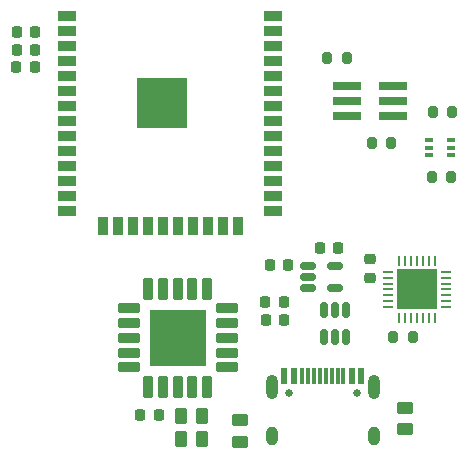
<source format=gbr>
%TF.GenerationSoftware,KiCad,Pcbnew,9.0.1*%
%TF.CreationDate,2025-11-28T17:08:09+01:00*%
%TF.ProjectId,SCD41-D-R1_demo,53434434-312d-4442-9d52-315f64656d6f,rev?*%
%TF.SameCoordinates,Original*%
%TF.FileFunction,Soldermask,Top*%
%TF.FilePolarity,Negative*%
%FSLAX46Y46*%
G04 Gerber Fmt 4.6, Leading zero omitted, Abs format (unit mm)*
G04 Created by KiCad (PCBNEW 9.0.1) date 2025-11-28 17:08:09*
%MOMM*%
%LPD*%
G01*
G04 APERTURE LIST*
G04 Aperture macros list*
%AMRoundRect*
0 Rectangle with rounded corners*
0 $1 Rounding radius*
0 $2 $3 $4 $5 $6 $7 $8 $9 X,Y pos of 4 corners*
0 Add a 4 corners polygon primitive as box body*
4,1,4,$2,$3,$4,$5,$6,$7,$8,$9,$2,$3,0*
0 Add four circle primitives for the rounded corners*
1,1,$1+$1,$2,$3*
1,1,$1+$1,$4,$5*
1,1,$1+$1,$6,$7*
1,1,$1+$1,$8,$9*
0 Add four rect primitives between the rounded corners*
20,1,$1+$1,$2,$3,$4,$5,0*
20,1,$1+$1,$4,$5,$6,$7,0*
20,1,$1+$1,$6,$7,$8,$9,0*
20,1,$1+$1,$8,$9,$2,$3,0*%
G04 Aperture macros list end*
%ADD10RoundRect,0.200000X-0.200000X-0.275000X0.200000X-0.275000X0.200000X0.275000X-0.200000X0.275000X0*%
%ADD11RoundRect,0.225000X0.250000X-0.225000X0.250000X0.225000X-0.250000X0.225000X-0.250000X-0.225000X0*%
%ADD12RoundRect,0.062500X-0.337500X-0.062500X0.337500X-0.062500X0.337500X0.062500X-0.337500X0.062500X0*%
%ADD13RoundRect,0.062500X-0.062500X-0.337500X0.062500X-0.337500X0.062500X0.337500X-0.062500X0.337500X0*%
%ADD14R,3.350000X3.350000*%
%ADD15RoundRect,0.250000X-0.450000X0.262500X-0.450000X-0.262500X0.450000X-0.262500X0.450000X0.262500X0*%
%ADD16RoundRect,0.250000X-0.262500X-0.450000X0.262500X-0.450000X0.262500X0.450000X-0.262500X0.450000X0*%
%ADD17RoundRect,0.225000X0.225000X0.250000X-0.225000X0.250000X-0.225000X-0.250000X0.225000X-0.250000X0*%
%ADD18R,2.400000X0.740000*%
%ADD19RoundRect,0.225000X-0.225000X-0.250000X0.225000X-0.250000X0.225000X0.250000X-0.225000X0.250000X0*%
%ADD20RoundRect,0.218750X0.218750X0.256250X-0.218750X0.256250X-0.218750X-0.256250X0.218750X-0.256250X0*%
%ADD21RoundRect,0.100000X-0.225000X-0.100000X0.225000X-0.100000X0.225000X0.100000X-0.225000X0.100000X0*%
%ADD22C,0.650000*%
%ADD23R,0.600000X1.450000*%
%ADD24R,0.300000X1.450000*%
%ADD25O,1.000000X2.100000*%
%ADD26O,1.000000X1.600000*%
%ADD27RoundRect,0.200000X0.200000X0.275000X-0.200000X0.275000X-0.200000X-0.275000X0.200000X-0.275000X0*%
%ADD28RoundRect,0.150000X0.150000X-0.512500X0.150000X0.512500X-0.150000X0.512500X-0.150000X-0.512500X0*%
%ADD29RoundRect,0.150000X-0.512500X-0.150000X0.512500X-0.150000X0.512500X0.150000X-0.512500X0.150000X0*%
%ADD30R,1.500000X0.900000*%
%ADD31R,0.900000X1.500000*%
%ADD32C,0.600000*%
%ADD33R,4.200000X4.200000*%
%ADD34RoundRect,0.212500X-0.737500X-0.212500X0.737500X-0.212500X0.737500X0.212500X-0.737500X0.212500X0*%
%ADD35RoundRect,0.212500X-0.212500X-0.737500X0.212500X-0.737500X0.212500X0.737500X-0.212500X0.737500X0*%
%ADD36R,4.800000X4.800000*%
G04 APERTURE END LIST*
D10*
%TO.C,R13*%
X193000000Y-94000000D03*
X194650000Y-94000000D03*
%TD*%
D11*
%TO.C,C9*%
X191000000Y-89000000D03*
X191000000Y-87450000D03*
%TD*%
D12*
%TO.C,U7*%
X192550000Y-88500000D03*
X192550000Y-89000000D03*
X192550000Y-89500000D03*
X192550000Y-90000000D03*
X192550000Y-90500000D03*
X192550000Y-91000000D03*
X192550000Y-91500000D03*
D13*
X193500000Y-92450000D03*
X194000000Y-92450000D03*
X194500000Y-92450000D03*
X195000000Y-92450000D03*
X195500000Y-92450000D03*
X196000000Y-92450000D03*
X196500000Y-92450000D03*
D12*
X197450000Y-91500000D03*
X197450000Y-91000000D03*
X197450000Y-90500000D03*
X197450000Y-90000000D03*
X197450000Y-89500000D03*
X197450000Y-89000000D03*
X197450000Y-88500000D03*
D13*
X196500000Y-87550000D03*
X196000000Y-87550000D03*
X195500000Y-87550000D03*
X195000000Y-87550000D03*
X194500000Y-87550000D03*
X194000000Y-87550000D03*
X193500000Y-87550000D03*
D14*
X195000000Y-90000000D03*
%TD*%
D15*
%TO.C,R5*%
X194000000Y-100000000D03*
X194000000Y-101825000D03*
%TD*%
D16*
%TO.C,R17*%
X175000000Y-102700000D03*
X176825000Y-102700000D03*
%TD*%
%TO.C,R16*%
X175000000Y-100700000D03*
X176825000Y-100700000D03*
%TD*%
D10*
%TO.C,R9*%
X187400000Y-70400000D03*
X189050000Y-70400000D03*
%TD*%
D17*
%TO.C,C5*%
X173150000Y-100600000D03*
X171600000Y-100600000D03*
%TD*%
D18*
%TO.C,J3*%
X189050000Y-72730000D03*
X192950000Y-72730000D03*
X189050000Y-74000000D03*
X192950000Y-74000000D03*
X189050000Y-75270000D03*
X192950000Y-75270000D03*
%TD*%
D19*
%TO.C,C2*%
X182217500Y-92545000D03*
X183767500Y-92545000D03*
%TD*%
D20*
%TO.C,FB1*%
X183742500Y-91045000D03*
X182167500Y-91045000D03*
%TD*%
D19*
%TO.C,C8*%
X161150000Y-68200000D03*
X162700000Y-68200000D03*
%TD*%
%TO.C,C6*%
X161100000Y-71200000D03*
X162650000Y-71200000D03*
%TD*%
D21*
%TO.C,Q1*%
X196000000Y-77350000D03*
X196000000Y-78000000D03*
X196000000Y-78650000D03*
X197900000Y-78650000D03*
X197900000Y-78000000D03*
X197900000Y-77350000D03*
%TD*%
D22*
%TO.C,J4*%
X184147500Y-98770000D03*
X189927500Y-98770000D03*
D23*
X183787500Y-97325000D03*
X184587500Y-97325000D03*
D24*
X185787500Y-97325000D03*
X186787500Y-97325000D03*
X187287500Y-97325000D03*
X188287500Y-97325000D03*
D23*
X189487500Y-97325000D03*
X190287500Y-97325000D03*
X190287500Y-97325000D03*
X189487500Y-97325000D03*
D24*
X188787500Y-97325000D03*
X187787500Y-97325000D03*
X186287500Y-97325000D03*
X185287500Y-97325000D03*
D23*
X184587500Y-97325000D03*
X183787500Y-97325000D03*
D25*
X182717500Y-98240000D03*
D26*
X182717500Y-102420000D03*
D25*
X191357500Y-98240000D03*
D26*
X191357500Y-102420000D03*
%TD*%
D27*
%TO.C,R15*%
X198000000Y-75000000D03*
X196350000Y-75000000D03*
%TD*%
D28*
%TO.C,U3*%
X187100000Y-94000000D03*
X188050000Y-94000000D03*
X189000000Y-94000000D03*
X189000000Y-91725000D03*
X188050000Y-91725000D03*
X187100000Y-91725000D03*
%TD*%
D29*
%TO.C,U2*%
X185825000Y-88000000D03*
X185825000Y-88950000D03*
X185825000Y-89900000D03*
X188100000Y-89900000D03*
X188100000Y-88000000D03*
%TD*%
D30*
%TO.C,U4*%
X165345000Y-66850000D03*
X165345000Y-68120000D03*
X165345000Y-69390000D03*
X165345000Y-70660000D03*
X165345000Y-71930000D03*
X165345000Y-73200000D03*
X165345000Y-74470000D03*
X165345000Y-75740000D03*
X165345000Y-77010000D03*
X165345000Y-78280000D03*
X165345000Y-79550000D03*
X165345000Y-80820000D03*
X165345000Y-82090000D03*
X165345000Y-83360000D03*
D31*
X168385000Y-84610000D03*
X169655000Y-84610000D03*
X170925000Y-84610000D03*
X172195000Y-84610000D03*
X173465000Y-84610000D03*
X174735000Y-84610000D03*
X176005000Y-84610000D03*
X177275000Y-84610000D03*
X178545000Y-84610000D03*
X179815000Y-84610000D03*
D30*
X182845000Y-83360000D03*
X182845000Y-82090000D03*
X182845000Y-80820000D03*
X182845000Y-79550000D03*
X182845000Y-78280000D03*
X182845000Y-77010000D03*
X182845000Y-75740000D03*
X182845000Y-74470000D03*
X182845000Y-73200000D03*
X182845000Y-71930000D03*
X182845000Y-70660000D03*
X182845000Y-69390000D03*
X182845000Y-68120000D03*
X182845000Y-66850000D03*
D32*
X171890000Y-73427500D03*
X171890000Y-74952500D03*
X172652500Y-72665000D03*
X172652500Y-74190000D03*
X172652500Y-75715000D03*
X173415000Y-73427500D03*
D33*
X173415000Y-74190000D03*
D32*
X173415000Y-74952500D03*
X174177500Y-72665000D03*
X174177500Y-74190000D03*
X174177500Y-75715000D03*
X174940000Y-73427500D03*
X174940000Y-74952500D03*
%TD*%
D15*
%TO.C,R1*%
X180000000Y-101087500D03*
X180000000Y-102912500D03*
%TD*%
D10*
%TO.C,R14*%
X196250000Y-80500000D03*
X197900000Y-80500000D03*
%TD*%
%TO.C,R10*%
X191200000Y-77600000D03*
X192850000Y-77600000D03*
%TD*%
D19*
%TO.C,C7*%
X161125000Y-69700000D03*
X162675000Y-69700000D03*
%TD*%
D17*
%TO.C,C4*%
X188317500Y-86445000D03*
X186767500Y-86445000D03*
%TD*%
%TO.C,C3*%
X184117500Y-87945000D03*
X182567500Y-87945000D03*
%TD*%
D34*
%TO.C,U1*%
X170600000Y-91600000D03*
X170600000Y-92850000D03*
X170600000Y-94100000D03*
X170600000Y-95350000D03*
X170600000Y-96600000D03*
D35*
X172250000Y-98250000D03*
X173500000Y-98250000D03*
X174750000Y-98250000D03*
X176000000Y-98250000D03*
X177250000Y-98250000D03*
D34*
X178900000Y-96600000D03*
X178900000Y-95350000D03*
X178900000Y-94100000D03*
X178900000Y-92850000D03*
X178900000Y-91600000D03*
D35*
X177250000Y-89950000D03*
X176000000Y-89950000D03*
X174750000Y-89950000D03*
X173500000Y-89950000D03*
X172250000Y-89950000D03*
D36*
X174750000Y-94100000D03*
%TD*%
M02*

</source>
